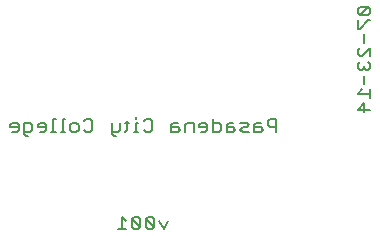
<source format=gbo>
G75*
%MOIN*%
%OFA0B0*%
%FSLAX24Y24*%
%IPPOS*%
%LPD*%
%AMOC8*
5,1,8,0,0,1.08239X$1,22.5*
%
%ADD10C,0.0080*%
D10*
X004296Y003580D02*
X004226Y003650D01*
X004226Y004000D01*
X004436Y004000D01*
X004506Y003930D01*
X004506Y003790D01*
X004436Y003720D01*
X004226Y003720D01*
X004046Y003790D02*
X004046Y003930D01*
X003976Y004000D01*
X003836Y004000D01*
X003766Y003930D01*
X003766Y003860D01*
X004046Y003860D01*
X004046Y003790D02*
X003976Y003720D01*
X003836Y003720D01*
X004296Y003580D02*
X004366Y003580D01*
X004757Y003720D02*
X004897Y003720D01*
X004967Y003790D01*
X004967Y003930D01*
X004897Y004000D01*
X004757Y004000D01*
X004687Y003930D01*
X004687Y003860D01*
X004967Y003860D01*
X005134Y003720D02*
X005274Y003720D01*
X005204Y003720D02*
X005204Y004140D01*
X005274Y004140D01*
X005511Y004140D02*
X005511Y003720D01*
X005581Y003720D02*
X005441Y003720D01*
X005761Y003790D02*
X005761Y003930D01*
X005831Y004000D01*
X005971Y004000D01*
X006041Y003930D01*
X006041Y003790D01*
X005971Y003720D01*
X005831Y003720D01*
X005761Y003790D01*
X005581Y004140D02*
X005511Y004140D01*
X006221Y004070D02*
X006291Y004140D01*
X006431Y004140D01*
X006501Y004070D01*
X006501Y003790D01*
X006431Y003720D01*
X006291Y003720D01*
X006221Y003790D01*
X007142Y003720D02*
X007352Y003720D01*
X007422Y003790D01*
X007422Y004000D01*
X007589Y004000D02*
X007729Y004000D01*
X007659Y004070D02*
X007659Y003790D01*
X007589Y003720D01*
X007896Y003720D02*
X008036Y003720D01*
X007966Y003720D02*
X007966Y004000D01*
X008036Y004000D01*
X007966Y004140D02*
X007966Y004210D01*
X008216Y004070D02*
X008286Y004140D01*
X008426Y004140D01*
X008496Y004070D01*
X008496Y003790D01*
X008426Y003720D01*
X008286Y003720D01*
X008216Y003790D01*
X009137Y003720D02*
X009347Y003720D01*
X009417Y003790D01*
X009347Y003860D01*
X009137Y003860D01*
X009137Y003930D02*
X009137Y003720D01*
X009137Y003930D02*
X009207Y004000D01*
X009347Y004000D01*
X009597Y003930D02*
X009597Y003720D01*
X009597Y003930D02*
X009667Y004000D01*
X009878Y004000D01*
X009878Y003720D01*
X010058Y003860D02*
X010338Y003860D01*
X010338Y003790D02*
X010338Y003930D01*
X010268Y004000D01*
X010128Y004000D01*
X010058Y003930D01*
X010058Y003860D01*
X010128Y003720D02*
X010268Y003720D01*
X010338Y003790D01*
X010518Y003720D02*
X010728Y003720D01*
X010798Y003790D01*
X010798Y003930D01*
X010728Y004000D01*
X010518Y004000D01*
X010518Y004140D02*
X010518Y003720D01*
X010979Y003720D02*
X011189Y003720D01*
X011259Y003790D01*
X011189Y003860D01*
X010979Y003860D01*
X010979Y003930D02*
X010979Y003720D01*
X010979Y003930D02*
X011049Y004000D01*
X011189Y004000D01*
X011439Y004000D02*
X011649Y004000D01*
X011719Y003930D01*
X011649Y003860D01*
X011509Y003860D01*
X011439Y003790D01*
X011509Y003720D01*
X011719Y003720D01*
X011899Y003720D02*
X011899Y003930D01*
X011969Y004000D01*
X012110Y004000D01*
X012110Y003860D02*
X011899Y003860D01*
X011899Y003720D02*
X012110Y003720D01*
X012180Y003790D01*
X012110Y003860D01*
X012360Y003930D02*
X012360Y004070D01*
X012430Y004140D01*
X012640Y004140D01*
X012640Y003720D01*
X012640Y003860D02*
X012430Y003860D01*
X012360Y003930D01*
X015345Y004457D02*
X015555Y004667D01*
X015555Y004387D01*
X015765Y004457D02*
X015345Y004457D01*
X015765Y004847D02*
X015765Y005128D01*
X015765Y004988D02*
X015345Y004988D01*
X015485Y005128D01*
X015555Y005308D02*
X015555Y005588D01*
X015625Y005768D02*
X015695Y005768D01*
X015765Y005838D01*
X015765Y005978D01*
X015695Y006048D01*
X015555Y005908D02*
X015555Y005838D01*
X015625Y005768D01*
X015555Y005838D02*
X015485Y005768D01*
X015415Y005768D01*
X015345Y005838D01*
X015345Y005978D01*
X015415Y006048D01*
X015415Y006229D02*
X015345Y006299D01*
X015345Y006439D01*
X015415Y006509D01*
X015555Y006689D02*
X015555Y006969D01*
X015415Y007149D02*
X015695Y007430D01*
X015765Y007430D01*
X015695Y007610D02*
X015765Y007680D01*
X015765Y007820D01*
X015695Y007890D01*
X015415Y007610D01*
X015695Y007610D01*
X015415Y007610D02*
X015345Y007680D01*
X015345Y007820D01*
X015415Y007890D01*
X015695Y007890D01*
X015345Y007430D02*
X015345Y007149D01*
X015415Y007149D01*
X015765Y006509D02*
X015485Y006229D01*
X015415Y006229D01*
X015765Y006229D02*
X015765Y006509D01*
X008555Y000820D02*
X008485Y000890D01*
X008344Y000890D01*
X008274Y000820D01*
X008555Y000540D01*
X008485Y000470D01*
X008344Y000470D01*
X008274Y000540D01*
X008274Y000820D01*
X008094Y000820D02*
X008024Y000890D01*
X007884Y000890D01*
X007814Y000820D01*
X008094Y000540D01*
X008024Y000470D01*
X007884Y000470D01*
X007814Y000540D01*
X007814Y000820D01*
X007634Y000750D02*
X007494Y000890D01*
X007494Y000470D01*
X007634Y000470D02*
X007354Y000470D01*
X008094Y000540D02*
X008094Y000820D01*
X008555Y000820D02*
X008555Y000540D01*
X008735Y000750D02*
X008875Y000470D01*
X009015Y000750D01*
X007282Y003580D02*
X007212Y003580D01*
X007142Y003650D01*
X007142Y004000D01*
M02*

</source>
